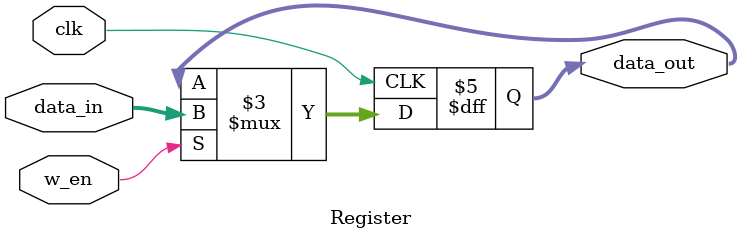
<source format=v>
`timescale 1ns / 1ps


module Register(
    input clk,
    input w_en,
    input [27:0] data_in,
    output reg [27:0] data_out
    );

    
    //register set at posedge clk
    always @(posedge clk)
    begin
        if(w_en == 1)
            data_out<=data_in;
    end
        
endmodule

</source>
